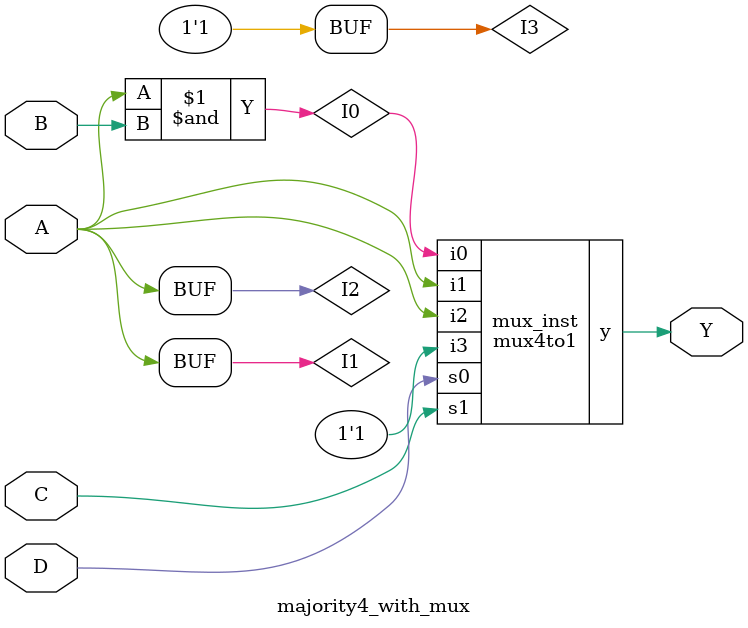
<source format=v>
module mux4to1 (
    input i0, input i1, input i2, input i3,
    input s0, input s1,
    output y
);
    assign y = (~s1 & ~s0 & i0) |
               (~s1 &  s0 & i1) |
               ( s1 & ~s0 & i2) |
               ( s1 &  s0 & i3);
endmodule

module majority4_with_mux(
    input A, B, C, D,
    output Y
);
    wire I0, I1, I2, I3;
    assign I0 = A & B;
    assign I1 = A;
    assign I2 = A;
    assign I3 = 1'b1;
    mux4to1 mux_inst(
        .i0(I0),
        .i1(I1),
        .i2(I2),
        .i3(I3),
        .s0(D),
        .s1(C),
        .y(Y)
    );
endmodule

</source>
